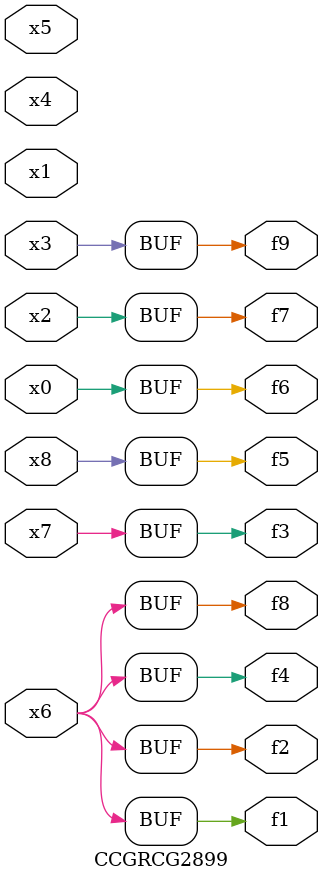
<source format=v>
module CCGRCG2899(
	input x0, x1, x2, x3, x4, x5, x6, x7, x8,
	output f1, f2, f3, f4, f5, f6, f7, f8, f9
);
	assign f1 = x6;
	assign f2 = x6;
	assign f3 = x7;
	assign f4 = x6;
	assign f5 = x8;
	assign f6 = x0;
	assign f7 = x2;
	assign f8 = x6;
	assign f9 = x3;
endmodule

</source>
